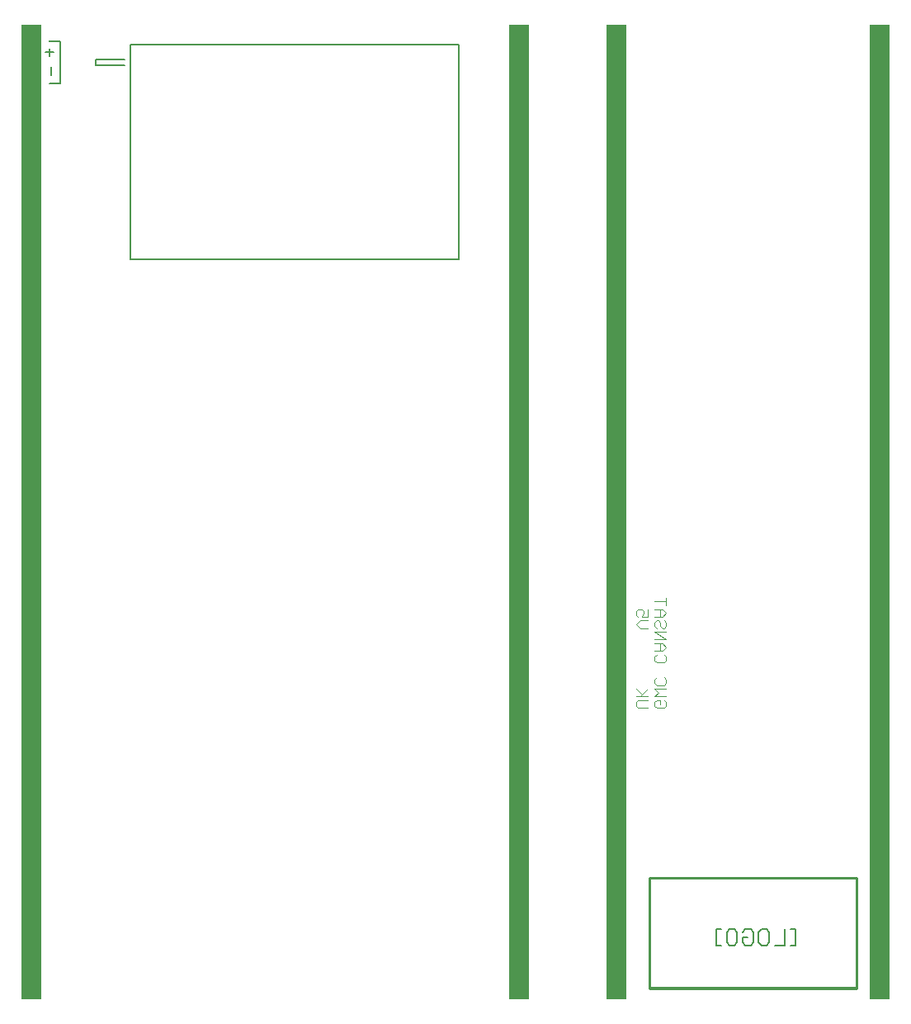
<source format=gbo>
G75*
%MOIN*%
%OFA0B0*%
%FSLAX25Y25*%
%IPPOS*%
%LPD*%
%AMOC8*
5,1,8,0,0,1.08239X$1,22.5*
%
%ADD10R,0.07874X3.93701*%
%ADD11C,0.01000*%
%ADD12C,0.00600*%
%ADD13C,0.00400*%
%ADD14C,0.00500*%
%ADD15C,0.00700*%
D10*
X0005737Y0306571D03*
X0202587Y0306571D03*
X0241957Y0306571D03*
X0348257Y0306571D03*
D11*
X0339202Y0158933D02*
X0255343Y0158933D01*
X0255343Y0114445D01*
X0339202Y0114445D01*
X0339202Y0158933D01*
X0339202Y0158736D02*
X0255343Y0158736D01*
X0255343Y0114248D01*
X0339202Y0114248D01*
X0339202Y0158736D01*
D12*
X0314492Y0138079D02*
X0312357Y0138079D01*
X0314492Y0138079D02*
X0314492Y0131674D01*
X0312357Y0131674D01*
X0310195Y0131674D02*
X0305925Y0131674D01*
X0303750Y0132742D02*
X0302682Y0131674D01*
X0300547Y0131674D01*
X0299479Y0132742D01*
X0299479Y0137012D01*
X0300547Y0138079D01*
X0302682Y0138079D01*
X0303750Y0137012D01*
X0303750Y0132742D01*
X0297304Y0132742D02*
X0296237Y0131674D01*
X0294101Y0131674D01*
X0293034Y0132742D01*
X0293034Y0134877D01*
X0295169Y0134877D01*
X0297304Y0137012D02*
X0296237Y0138079D01*
X0294101Y0138079D01*
X0293034Y0137012D01*
X0290859Y0137012D02*
X0289791Y0138079D01*
X0287656Y0138079D01*
X0286588Y0137012D01*
X0286588Y0132742D01*
X0287656Y0131674D01*
X0289791Y0131674D01*
X0290859Y0132742D01*
X0290859Y0137012D01*
X0284413Y0138079D02*
X0282278Y0138079D01*
X0282278Y0131674D01*
X0284413Y0131674D01*
X0297304Y0132742D02*
X0297304Y0137012D01*
X0310195Y0138079D02*
X0310195Y0131674D01*
D13*
X0250031Y0228207D02*
X0250031Y0229742D01*
X0250799Y0230509D01*
X0254635Y0230509D01*
X0254635Y0232044D02*
X0250031Y0232044D01*
X0251566Y0232044D02*
X0254635Y0235113D01*
X0257531Y0235113D02*
X0262135Y0235113D01*
X0261368Y0236648D02*
X0258299Y0236648D01*
X0257531Y0237415D01*
X0257531Y0238950D01*
X0258299Y0239717D01*
X0261368Y0239717D02*
X0262135Y0238950D01*
X0262135Y0237415D01*
X0261368Y0236648D01*
X0259066Y0233579D02*
X0257531Y0235113D01*
X0259066Y0233579D02*
X0257531Y0232044D01*
X0262135Y0232044D01*
X0261368Y0230509D02*
X0262135Y0229742D01*
X0262135Y0228207D01*
X0261368Y0227440D01*
X0258299Y0227440D01*
X0257531Y0228207D01*
X0257531Y0229742D01*
X0258299Y0230509D01*
X0259833Y0230509D01*
X0259833Y0228975D01*
X0254635Y0227440D02*
X0250799Y0227440D01*
X0250031Y0228207D01*
X0252333Y0232811D02*
X0250031Y0235113D01*
X0258299Y0245856D02*
X0257531Y0246623D01*
X0257531Y0248158D01*
X0258299Y0248925D01*
X0257531Y0250460D02*
X0260601Y0250460D01*
X0262135Y0251994D01*
X0260601Y0253529D01*
X0257531Y0253529D01*
X0257531Y0255064D02*
X0262135Y0255064D01*
X0257531Y0258133D01*
X0262135Y0258133D01*
X0261368Y0259668D02*
X0260601Y0259668D01*
X0259833Y0260435D01*
X0259833Y0261970D01*
X0259066Y0262737D01*
X0258299Y0262737D01*
X0257531Y0261970D01*
X0257531Y0260435D01*
X0258299Y0259668D01*
X0261368Y0259668D02*
X0262135Y0260435D01*
X0262135Y0261970D01*
X0261368Y0262737D01*
X0260601Y0264272D02*
X0262135Y0265806D01*
X0260601Y0267341D01*
X0257531Y0267341D01*
X0259833Y0267341D02*
X0259833Y0264272D01*
X0260601Y0264272D02*
X0257531Y0264272D01*
X0254635Y0264272D02*
X0252333Y0264272D01*
X0253101Y0265806D01*
X0253101Y0266574D01*
X0252333Y0267341D01*
X0250799Y0267341D01*
X0250031Y0266574D01*
X0250031Y0265039D01*
X0250799Y0264272D01*
X0251566Y0262737D02*
X0254635Y0262737D01*
X0254635Y0264272D02*
X0254635Y0267341D01*
X0257531Y0270410D02*
X0262135Y0270410D01*
X0262135Y0268875D02*
X0262135Y0271945D01*
X0251566Y0262737D02*
X0250031Y0261202D01*
X0251566Y0259668D01*
X0254635Y0259668D01*
X0259833Y0253529D02*
X0259833Y0250460D01*
X0261368Y0248925D02*
X0262135Y0248158D01*
X0262135Y0246623D01*
X0261368Y0245856D01*
X0258299Y0245856D01*
D14*
X0178532Y0408539D02*
X0178532Y0495154D01*
X0045540Y0495154D01*
X0045540Y0408539D01*
X0178532Y0408539D01*
X0043217Y0486965D02*
X0031800Y0486965D01*
X0031800Y0489327D01*
X0043217Y0489327D01*
X0017233Y0496413D02*
X0017233Y0479484D01*
X0012902Y0479484D01*
X0012902Y0496413D02*
X0012902Y0496807D01*
X0012902Y0496413D02*
X0017233Y0496413D01*
D15*
X0012964Y0493679D02*
X0012964Y0490409D01*
X0011330Y0492044D02*
X0014599Y0492044D01*
X0013752Y0486139D02*
X0013752Y0482870D01*
M02*

</source>
